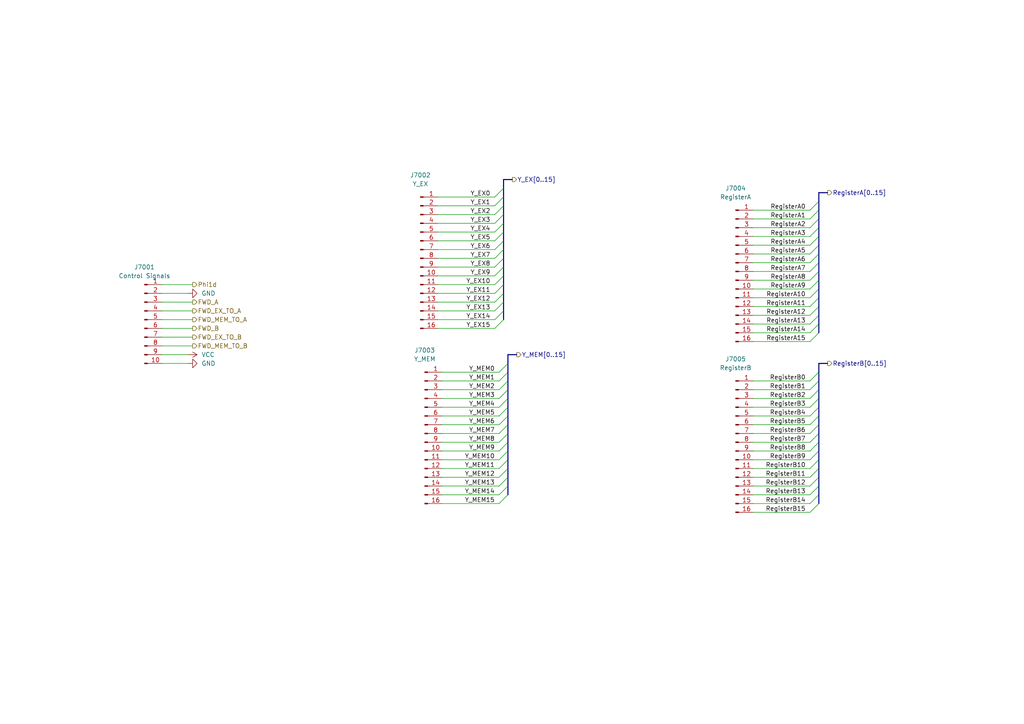
<source format=kicad_sch>
(kicad_sch (version 20211123) (generator eeschema)
  (paper "A4")
  (title_block (date "2022-04-13") (rev "A"))
  (lib_symbols
    (symbol "Connector:Conn_01x10_Male" (pin_names (offset 1.016) hide)
      (property "Reference" "J" (at 0 12.7 0))
      (property "Value" "Conn_01x10_Male" (at 0 -15.24 0))
      (symbol "Conn_01x10_Male_1_1"
        (polyline (pts (xy 1.27 -12.7) (xy 0.8636 -12.7)) (stroke (width 0.1524)))
        (polyline (pts (xy 1.27 -10.16) (xy 0.8636 -10.16)) (stroke (width 0.1524)))
        (polyline (pts (xy 1.27 -7.62) (xy 0.8636 -7.62)) (stroke (width 0.1524)))
        (polyline (pts (xy 1.27 -5.08) (xy 0.8636 -5.08)) (stroke (width 0.1524)))
        (polyline (pts (xy 1.27 -2.54) (xy 0.8636 -2.54)) (stroke (width 0.1524)))
        (polyline (pts (xy 1.27 0) (xy 0.8636 0)) (stroke (width 0.1524)))
        (polyline (pts (xy 1.27 2.54) (xy 0.8636 2.54)) (stroke (width 0.1524)))
        (polyline (pts (xy 1.27 5.08) (xy 0.8636 5.08)) (stroke (width 0.1524)))
        (polyline (pts (xy 1.27 7.62) (xy 0.8636 7.62)) (stroke (width 0.1524)))
        (polyline (pts (xy 1.27 10.16) (xy 0.8636 10.16)) (stroke (width 0.1524)))
        (rectangle (start 0.8636 -12.573) (end 0 -12.827) (stroke (width 0.1524)) (fill (type outline)))
        (rectangle (start 0.8636 -10.033) (end 0 -10.287) (stroke (width 0.1524)) (fill (type outline)))
        (rectangle (start 0.8636 -7.493) (end 0 -7.747) (stroke (width 0.1524)) (fill (type outline)))
        (rectangle (start 0.8636 -4.953) (end 0 -5.207) (stroke (width 0.1524)) (fill (type outline)))
        (rectangle (start 0.8636 -2.413) (end 0 -2.667) (stroke (width 0.1524)) (fill (type outline)))
        (rectangle (start 0.8636 0.127) (end 0 -0.127) (stroke (width 0.1524)) (fill (type outline)))
        (rectangle (start 0.8636 2.667) (end 0 2.413) (stroke (width 0.1524)) (fill (type outline)))
        (rectangle (start 0.8636 5.207) (end 0 4.953) (stroke (width 0.1524)) (fill (type outline)))
        (rectangle (start 0.8636 7.747) (end 0 7.493) (stroke (width 0.1524)) (fill (type outline)))
        (rectangle (start 0.8636 10.287) (end 0 10.033) (stroke (width 0.1524)) (fill (type outline)))
        (pin passive line (at 5.08 10.16 180) (length 3.81) (name "Pin_1") (number "1"))
        (pin passive line (at 5.08 -12.7 180) (length 3.81) (name "Pin_10") (number "10"))
        (pin passive line (at 5.08 7.62 180) (length 3.81) (name "Pin_2") (number "2"))
        (pin passive line (at 5.08 5.08 180) (length 3.81) (name "Pin_3") (number "3"))
        (pin passive line (at 5.08 2.54 180) (length 3.81) (name "Pin_4") (number "4"))
        (pin passive line (at 5.08 0 180) (length 3.81) (name "Pin_5") (number "5"))
        (pin passive line (at 5.08 -2.54 180) (length 3.81) (name "Pin_6") (number "6"))
        (pin passive line (at 5.08 -5.08 180) (length 3.81) (name "Pin_7") (number "7"))
        (pin passive line (at 5.08 -7.62 180) (length 3.81) (name "Pin_8") (number "8"))
        (pin passive line (at 5.08 -10.16 180) (length 3.81) (name "Pin_9") (number "9"))
      )
    )
    (symbol "Connector:Conn_01x16_Male" (pin_names (offset 1.016) hide)
      (property "Reference" "J" (at 0 20.32 0))
      (property "Value" "Conn_01x16_Male" (at 0 -22.86 0))
      (symbol "Conn_01x16_Male_1_1"
        (polyline (pts (xy 1.27 -20.32) (xy 0.8636 -20.32)) (stroke (width 0.1524)))
        (polyline (pts (xy 1.27 -17.78) (xy 0.8636 -17.78)) (stroke (width 0.1524)))
        (polyline (pts (xy 1.27 -15.24) (xy 0.8636 -15.24)) (stroke (width 0.1524)))
        (polyline (pts (xy 1.27 -12.7) (xy 0.8636 -12.7)) (stroke (width 0.1524)))
        (polyline (pts (xy 1.27 -10.16) (xy 0.8636 -10.16)) (stroke (width 0.1524)))
        (polyline (pts (xy 1.27 -7.62) (xy 0.8636 -7.62)) (stroke (width 0.1524)))
        (polyline (pts (xy 1.27 -5.08) (xy 0.8636 -5.08)) (stroke (width 0.1524)))
        (polyline (pts (xy 1.27 -2.54) (xy 0.8636 -2.54)) (stroke (width 0.1524)))
        (polyline (pts (xy 1.27 0) (xy 0.8636 0)) (stroke (width 0.1524)))
        (polyline (pts (xy 1.27 2.54) (xy 0.8636 2.54)) (stroke (width 0.1524)))
        (polyline (pts (xy 1.27 5.08) (xy 0.8636 5.08)) (stroke (width 0.1524)))
        (polyline (pts (xy 1.27 7.62) (xy 0.8636 7.62)) (stroke (width 0.1524)))
        (polyline (pts (xy 1.27 10.16) (xy 0.8636 10.16)) (stroke (width 0.1524)))
        (polyline (pts (xy 1.27 12.7) (xy 0.8636 12.7)) (stroke (width 0.1524)))
        (polyline (pts (xy 1.27 15.24) (xy 0.8636 15.24)) (stroke (width 0.1524)))
        (polyline (pts (xy 1.27 17.78) (xy 0.8636 17.78)) (stroke (width 0.1524)))
        (rectangle (start 0.8636 -20.193) (end 0 -20.447) (stroke (width 0.1524)) (fill (type outline)))
        (rectangle (start 0.8636 -17.653) (end 0 -17.907) (stroke (width 0.1524)) (fill (type outline)))
        (rectangle (start 0.8636 -15.113) (end 0 -15.367) (stroke (width 0.1524)) (fill (type outline)))
        (rectangle (start 0.8636 -12.573) (end 0 -12.827) (stroke (width 0.1524)) (fill (type outline)))
        (rectangle (start 0.8636 -10.033) (end 0 -10.287) (stroke (width 0.1524)) (fill (type outline)))
        (rectangle (start 0.8636 -7.493) (end 0 -7.747) (stroke (width 0.1524)) (fill (type outline)))
        (rectangle (start 0.8636 -4.953) (end 0 -5.207) (stroke (width 0.1524)) (fill (type outline)))
        (rectangle (start 0.8636 -2.413) (end 0 -2.667) (stroke (width 0.1524)) (fill (type outline)))
        (rectangle (start 0.8636 0.127) (end 0 -0.127) (stroke (width 0.1524)) (fill (type outline)))
        (rectangle (start 0.8636 2.667) (end 0 2.413) (stroke (width 0.1524)) (fill (type outline)))
        (rectangle (start 0.8636 5.207) (end 0 4.953) (stroke (width 0.1524)) (fill (type outline)))
        (rectangle (start 0.8636 7.747) (end 0 7.493) (stroke (width 0.1524)) (fill (type outline)))
        (rectangle (start 0.8636 10.287) (end 0 10.033) (stroke (width 0.1524)) (fill (type outline)))
        (rectangle (start 0.8636 12.827) (end 0 12.573) (stroke (width 0.1524)) (fill (type outline)))
        (rectangle (start 0.8636 15.367) (end 0 15.113) (stroke (width 0.1524)) (fill (type outline)))
        (rectangle (start 0.8636 17.907) (end 0 17.653) (stroke (width 0.1524)) (fill (type outline)))
        (pin passive line (at 5.08 17.78 180) (length 3.81) (name "Pin_1") (number "1"))
        (pin passive line (at 5.08 -5.08 180) (length 3.81) (name "Pin_10") (number "10"))
        (pin passive line (at 5.08 -7.62 180) (length 3.81) (name "Pin_11") (number "11"))
        (pin passive line (at 5.08 -10.16 180) (length 3.81) (name "Pin_12") (number "12"))
        (pin passive line (at 5.08 -12.7 180) (length 3.81) (name "Pin_13") (number "13"))
        (pin passive line (at 5.08 -15.24 180) (length 3.81) (name "Pin_14") (number "14"))
        (pin passive line (at 5.08 -17.78 180) (length 3.81) (name "Pin_15") (number "15"))
        (pin passive line (at 5.08 -20.32 180) (length 3.81) (name "Pin_16") (number "16"))
        (pin passive line (at 5.08 15.24 180) (length 3.81) (name "Pin_2") (number "2"))
        (pin passive line (at 5.08 12.7 180) (length 3.81) (name "Pin_3") (number "3"))
        (pin passive line (at 5.08 10.16 180) (length 3.81) (name "Pin_4") (number "4"))
        (pin passive line (at 5.08 7.62 180) (length 3.81) (name "Pin_5") (number "5"))
        (pin passive line (at 5.08 5.08 180) (length 3.81) (name "Pin_6") (number "6"))
        (pin passive line (at 5.08 2.54 180) (length 3.81) (name "Pin_7") (number "7"))
        (pin passive line (at 5.08 0 180) (length 3.81) (name "Pin_8") (number "8"))
        (pin passive line (at 5.08 -2.54 180) (length 3.81) (name "Pin_9") (number "9"))
      )
    )
    (symbol "power:GND" (power) (pin_names (offset 0))
      (property "Value" "GND" (at 0 -3.81 0))
      (symbol "GND_0_1"
        (polyline (pts (xy 0 0) (xy 0 -1.27) (xy 1.27 -1.27) (xy 0 -2.54) (xy -1.27 -1.27) (xy 0 -1.27)))
      )
      (symbol "GND_1_1"
        (pin power_in line (at 0 0 270) (length 0) hide (name "GND") (number "1"))
      )
    )
    (symbol "power:VCC" (power) (pin_names (offset 0))
      (property "Value" "VCC" (at 0 3.81 0))
      (symbol "VCC_0_1"
        (polyline (pts (xy -0.762 1.27) (xy 0 2.54)))
        (polyline (pts (xy 0 0) (xy 0 2.54)))
        (polyline (pts (xy 0 2.54) (xy 0.762 1.27)))
      )
      (symbol "VCC_1_1"
        (pin power_in line (at 0 0 90) (length 0) hide (name "VCC") (number "1"))
      )
    )
  )
  (bus_entry (at 146.05 85.09) (size -2.54 2.54))
  (bus_entry (at 237.49 135.89) (size -2.54 2.54))
  (bus_entry (at 237.49 68.58) (size -2.54 2.54))
  (bus_entry (at 237.49 146.05) (size -2.54 2.54))
  (bus_entry (at 146.05 90.17) (size -2.54 2.54))
  (bus_entry (at 146.05 82.55) (size -2.54 2.54))
  (bus_entry (at 146.05 72.39) (size -2.54 2.54))
  (bus_entry (at 237.49 118.11) (size -2.54 2.54))
  (bus_entry (at 237.49 86.36) (size -2.54 2.54))
  (bus_entry (at 146.05 64.77) (size -2.54 2.54))
  (bus_entry (at 237.49 78.74) (size -2.54 2.54))
  (bus_entry (at 237.49 81.28) (size -2.54 2.54))
  (bus_entry (at 237.49 138.43) (size -2.54 2.54))
  (bus_entry (at 147.32 143.51) (size -2.54 2.54))
  (bus_entry (at 147.32 115.57) (size -2.54 2.54))
  (bus_entry (at 237.49 113.03) (size -2.54 2.54))
  (bus_entry (at 146.05 59.69) (size -2.54 2.54))
  (bus_entry (at 237.49 107.95) (size -2.54 2.54))
  (bus_entry (at 147.32 113.03) (size -2.54 2.54))
  (bus_entry (at 146.05 67.31) (size -2.54 2.54))
  (bus_entry (at 237.49 120.65) (size -2.54 2.54))
  (bus_entry (at 237.49 93.98) (size -2.54 2.54))
  (bus_entry (at 237.49 76.2) (size -2.54 2.54))
  (bus_entry (at 237.49 73.66) (size -2.54 2.54))
  (bus_entry (at 146.05 62.23) (size -2.54 2.54))
  (bus_entry (at 237.49 140.97) (size -2.54 2.54))
  (bus_entry (at 147.32 107.95) (size -2.54 2.54))
  (bus_entry (at 146.05 87.63) (size -2.54 2.54))
  (bus_entry (at 237.49 88.9) (size -2.54 2.54))
  (bus_entry (at 147.32 118.11) (size -2.54 2.54))
  (bus_entry (at 147.32 133.35) (size -2.54 2.54))
  (bus_entry (at 147.32 138.43) (size -2.54 2.54))
  (bus_entry (at 237.49 115.57) (size -2.54 2.54))
  (bus_entry (at 237.49 66.04) (size -2.54 2.54))
  (bus_entry (at 146.05 74.93) (size -2.54 2.54))
  (bus_entry (at 237.49 58.42) (size -2.54 2.54))
  (bus_entry (at 237.49 133.35) (size -2.54 2.54))
  (bus_entry (at 146.05 80.01) (size -2.54 2.54))
  (bus_entry (at 237.49 125.73) (size -2.54 2.54))
  (bus_entry (at 237.49 110.49) (size -2.54 2.54))
  (bus_entry (at 147.32 110.49) (size -2.54 2.54))
  (bus_entry (at 147.32 105.41) (size -2.54 2.54))
  (bus_entry (at 146.05 54.61) (size -2.54 2.54))
  (bus_entry (at 237.49 60.96) (size -2.54 2.54))
  (bus_entry (at 237.49 123.19) (size -2.54 2.54))
  (bus_entry (at 147.32 135.89) (size -2.54 2.54))
  (bus_entry (at 147.32 130.81) (size -2.54 2.54))
  (bus_entry (at 237.49 91.44) (size -2.54 2.54))
  (bus_entry (at 147.32 120.65) (size -2.54 2.54))
  (bus_entry (at 147.32 125.73) (size -2.54 2.54))
  (bus_entry (at 237.49 130.81) (size -2.54 2.54))
  (bus_entry (at 146.05 77.47) (size -2.54 2.54))
  (bus_entry (at 237.49 71.12) (size -2.54 2.54))
  (bus_entry (at 146.05 92.71) (size -2.54 2.54))
  (bus_entry (at 237.49 83.82) (size -2.54 2.54))
  (bus_entry (at 237.49 128.27) (size -2.54 2.54))
  (bus_entry (at 146.05 57.15) (size -2.54 2.54))
  (bus_entry (at 237.49 63.5) (size -2.54 2.54))
  (bus_entry (at 237.49 143.51) (size -2.54 2.54))
  (bus_entry (at 237.49 96.52) (size -2.54 2.54))
  (bus_entry (at 147.32 140.97) (size -2.54 2.54))
  (bus_entry (at 147.32 128.27) (size -2.54 2.54))
  (bus_entry (at 147.32 123.19) (size -2.54 2.54))
  (bus_entry (at 146.05 69.85) (size -2.54 2.54))
  (wire (pts (xy 46.99 100.33) (xy 55.88 100.33)))
  (bus (pts (xy 147.32 135.89) (xy 147.32 138.43)))
  (bus (pts (xy 146.05 54.61) (xy 146.05 57.15)))
  (wire (pts (xy 143.51 92.71) (xy 127 92.71)))
  (wire (pts (xy 234.95 81.28) (xy 218.44 81.28)))
  (bus (pts (xy 240.03 55.88) (xy 237.49 55.88)))
  (wire (pts (xy 234.95 115.57) (xy 218.44 115.57)))
  (bus (pts (xy 149.86 102.87) (xy 147.32 102.87)))
  (wire (pts (xy 234.95 86.36) (xy 218.44 86.36)))
  (bus (pts (xy 146.05 59.69) (xy 146.05 62.23)))
  (bus (pts (xy 237.49 71.12) (xy 237.49 73.66)))
  (wire (pts (xy 46.99 92.71) (xy 55.88 92.71)))
  (wire (pts (xy 234.95 123.19) (xy 218.44 123.19)))
  (bus (pts (xy 237.49 55.88) (xy 237.49 58.42)))
  (bus (pts (xy 237.49 113.03) (xy 237.49 115.57)))
  (wire (pts (xy 234.95 130.81) (xy 218.44 130.81)))
  (wire (pts (xy 143.51 80.01) (xy 127 80.01)))
  (wire (pts (xy 234.95 135.89) (xy 218.44 135.89)))
  (wire (pts (xy 234.95 99.06) (xy 218.44 99.06)))
  (bus (pts (xy 237.49 120.65) (xy 237.49 123.19)))
  (wire (pts (xy 144.78 125.73) (xy 128.27 125.73)))
  (bus (pts (xy 237.49 68.58) (xy 237.49 71.12)))
  (bus (pts (xy 237.49 93.98) (xy 237.49 96.52)))
  (bus (pts (xy 240.03 105.41) (xy 237.49 105.41)))
  (bus (pts (xy 146.05 52.07) (xy 146.05 54.61)))
  (wire (pts (xy 144.78 135.89) (xy 128.27 135.89)))
  (bus (pts (xy 237.49 73.66) (xy 237.49 76.2)))
  (bus (pts (xy 237.49 135.89) (xy 237.49 138.43)))
  (bus (pts (xy 237.49 107.95) (xy 237.49 110.49)))
  (wire (pts (xy 234.95 83.82) (xy 218.44 83.82)))
  (bus (pts (xy 147.32 130.81) (xy 147.32 133.35)))
  (bus (pts (xy 147.32 102.87) (xy 147.32 105.41)))
  (wire (pts (xy 144.78 113.03) (xy 128.27 113.03)))
  (wire (pts (xy 234.95 93.98) (xy 218.44 93.98)))
  (wire (pts (xy 144.78 110.49) (xy 128.27 110.49)))
  (bus (pts (xy 146.05 64.77) (xy 146.05 67.31)))
  (wire (pts (xy 143.51 67.31) (xy 127 67.31)))
  (bus (pts (xy 237.49 58.42) (xy 237.49 60.96)))
  (bus (pts (xy 147.32 120.65) (xy 147.32 123.19)))
  (bus (pts (xy 237.49 110.49) (xy 237.49 113.03)))
  (wire (pts (xy 144.78 128.27) (xy 128.27 128.27)))
  (bus (pts (xy 237.49 123.19) (xy 237.49 125.73)))
  (wire (pts (xy 234.95 71.12) (xy 218.44 71.12)))
  (bus (pts (xy 237.49 133.35) (xy 237.49 135.89)))
  (bus (pts (xy 148.59 52.07) (xy 146.05 52.07)))
  (bus (pts (xy 147.32 128.27) (xy 147.32 130.81)))
  (bus (pts (xy 146.05 62.23) (xy 146.05 64.77)))
  (wire (pts (xy 234.95 146.05) (xy 218.44 146.05)))
  (bus (pts (xy 237.49 63.5) (xy 237.49 66.04)))
  (wire (pts (xy 143.51 87.63) (xy 127 87.63)))
  (wire (pts (xy 144.78 120.65) (xy 128.27 120.65)))
  (wire (pts (xy 143.51 57.15) (xy 127 57.15)))
  (wire (pts (xy 144.78 107.95) (xy 128.27 107.95)))
  (bus (pts (xy 237.49 60.96) (xy 237.49 63.5)))
  (bus (pts (xy 147.32 110.49) (xy 147.32 113.03)))
  (bus (pts (xy 146.05 77.47) (xy 146.05 80.01)))
  (wire (pts (xy 234.95 91.44) (xy 218.44 91.44)))
  (bus (pts (xy 147.32 105.41) (xy 147.32 107.95)))
  (wire (pts (xy 234.95 66.04) (xy 218.44 66.04)))
  (wire (pts (xy 143.51 90.17) (xy 127 90.17)))
  (wire (pts (xy 46.99 95.25) (xy 55.88 95.25)))
  (wire (pts (xy 143.51 69.85) (xy 127 69.85)))
  (bus (pts (xy 237.49 118.11) (xy 237.49 120.65)))
  (wire (pts (xy 46.99 90.17) (xy 55.88 90.17)))
  (wire (pts (xy 234.95 120.65) (xy 218.44 120.65)))
  (bus (pts (xy 146.05 85.09) (xy 146.05 87.63)))
  (bus (pts (xy 237.49 81.28) (xy 237.49 83.82)))
  (wire (pts (xy 143.51 64.77) (xy 127 64.77)))
  (wire (pts (xy 234.95 113.03) (xy 218.44 113.03)))
  (wire (pts (xy 234.95 60.96) (xy 218.44 60.96)))
  (wire (pts (xy 234.95 63.5) (xy 218.44 63.5)))
  (bus (pts (xy 146.05 67.31) (xy 146.05 69.85)))
  (wire (pts (xy 143.51 77.47) (xy 127 77.47)))
  (wire (pts (xy 144.78 143.51) (xy 128.27 143.51)))
  (wire (pts (xy 46.99 102.87) (xy 54.61 102.87)))
  (wire (pts (xy 143.51 82.55) (xy 127 82.55)))
  (wire (pts (xy 234.95 143.51) (xy 218.44 143.51)))
  (wire (pts (xy 144.78 133.35) (xy 128.27 133.35)))
  (bus (pts (xy 237.49 128.27) (xy 237.49 130.81)))
  (wire (pts (xy 234.95 68.58) (xy 218.44 68.58)))
  (wire (pts (xy 46.99 97.79) (xy 55.88 97.79)))
  (wire (pts (xy 46.99 87.63) (xy 55.88 87.63)))
  (wire (pts (xy 143.51 59.69) (xy 127 59.69)))
  (wire (pts (xy 234.95 138.43) (xy 218.44 138.43)))
  (bus (pts (xy 147.32 113.03) (xy 147.32 115.57)))
  (bus (pts (xy 237.49 143.51) (xy 237.49 146.05)))
  (wire (pts (xy 234.95 148.59) (xy 218.44 148.59)))
  (wire (pts (xy 234.95 133.35) (xy 218.44 133.35)))
  (wire (pts (xy 234.95 78.74) (xy 218.44 78.74)))
  (wire (pts (xy 143.51 95.25) (xy 127 95.25)))
  (bus (pts (xy 147.32 107.95) (xy 147.32 110.49)))
  (wire (pts (xy 234.95 88.9) (xy 218.44 88.9)))
  (wire (pts (xy 143.51 74.93) (xy 127 74.93)))
  (bus (pts (xy 147.32 133.35) (xy 147.32 135.89)))
  (wire (pts (xy 143.51 62.23) (xy 127 62.23)))
  (wire (pts (xy 144.78 130.81) (xy 128.27 130.81)))
  (wire (pts (xy 234.95 140.97) (xy 218.44 140.97)))
  (wire (pts (xy 234.95 118.11) (xy 218.44 118.11)))
  (wire (pts (xy 144.78 146.05) (xy 128.27 146.05)))
  (wire (pts (xy 144.78 138.43) (xy 128.27 138.43)))
  (bus (pts (xy 237.49 91.44) (xy 237.49 93.98)))
  (wire (pts (xy 144.78 140.97) (xy 128.27 140.97)))
  (bus (pts (xy 146.05 72.39) (xy 146.05 74.93)))
  (bus (pts (xy 237.49 88.9) (xy 237.49 91.44)))
  (bus (pts (xy 146.05 69.85) (xy 146.05 72.39)))
  (bus (pts (xy 237.49 86.36) (xy 237.49 88.9)))
  (wire (pts (xy 46.99 85.09) (xy 54.61 85.09)))
  (bus (pts (xy 237.49 125.73) (xy 237.49 128.27)))
  (bus (pts (xy 237.49 105.41) (xy 237.49 107.95)))
  (bus (pts (xy 146.05 57.15) (xy 146.05 59.69)))
  (bus (pts (xy 237.49 66.04) (xy 237.49 68.58)))
  (wire (pts (xy 46.99 82.55) (xy 55.88 82.55)))
  (wire (pts (xy 144.78 123.19) (xy 128.27 123.19)))
  (bus (pts (xy 147.32 123.19) (xy 147.32 125.73)))
  (wire (pts (xy 234.95 73.66) (xy 218.44 73.66)))
  (bus (pts (xy 147.32 118.11) (xy 147.32 120.65)))
  (bus (pts (xy 237.49 76.2) (xy 237.49 78.74)))
  (bus (pts (xy 147.32 140.97) (xy 147.32 143.51)))
  (bus (pts (xy 146.05 80.01) (xy 146.05 82.55)))
  (wire (pts (xy 234.95 125.73) (xy 218.44 125.73)))
  (bus (pts (xy 146.05 90.17) (xy 146.05 92.71)))
  (bus (pts (xy 147.32 125.73) (xy 147.32 128.27)))
  (bus (pts (xy 237.49 140.97) (xy 237.49 143.51)))
  (wire (pts (xy 144.78 115.57) (xy 128.27 115.57)))
  (bus (pts (xy 237.49 83.82) (xy 237.49 86.36)))
  (wire (pts (xy 234.95 76.2) (xy 218.44 76.2)))
  (bus (pts (xy 237.49 138.43) (xy 237.49 140.97)))
  (bus (pts (xy 147.32 115.57) (xy 147.32 118.11)))
  (wire (pts (xy 234.95 128.27) (xy 218.44 128.27)))
  (bus (pts (xy 146.05 82.55) (xy 146.05 85.09)))
  (wire (pts (xy 46.99 105.41) (xy 54.61 105.41)))
  (wire (pts (xy 144.78 118.11) (xy 128.27 118.11)))
  (bus (pts (xy 237.49 115.57) (xy 237.49 118.11)))
  (wire (pts (xy 143.51 85.09) (xy 127 85.09)))
  (wire (pts (xy 234.95 96.52) (xy 218.44 96.52)))
  (bus (pts (xy 146.05 74.93) (xy 146.05 77.47)))
  (wire (pts (xy 234.95 110.49) (xy 218.44 110.49)))
  (bus (pts (xy 147.32 138.43) (xy 147.32 140.97)))
  (bus (pts (xy 146.05 87.63) (xy 146.05 90.17)))
  (bus (pts (xy 237.49 78.74) (xy 237.49 81.28)))
  (wire (pts (xy 143.51 72.39) (xy 127 72.39)))
  (bus (pts (xy 237.49 130.81) (xy 237.49 133.35)))
  (label "Y_EX7" (at 142.24 74.93 180))
  (label "RegisterA0" (at 233.68 60.96 180))
  (label "Y_MEM2" (at 143.51 113.03 180))
  (label "Y_EX1" (at 142.24 59.69 180))
  (label "Y_EX4" (at 142.24 67.31 180))
  (label "Y_EX5" (at 142.24 69.85 180))
  (label "Y_EX11" (at 142.24 85.09 180))
  (label "Y_MEM12" (at 143.51 138.43 180))
  (label "Y_EX15" (at 142.24 95.25 180))
  (label "Y_EX12" (at 142.24 87.63 180))
  (label "RegisterA15" (at 233.68 99.06 180))
  (label "Y_MEM7" (at 143.51 125.73 180))
  (label "Y_EX9" (at 142.24 80.01 180))
  (label "Y_EX13" (at 142.24 90.17 180))
  (label "RegisterB0" (at 233.68 110.49 180))
  (label "Y_MEM6" (at 143.51 123.19 180))
  (label "RegisterA2" (at 233.68 66.04 180))
  (label "RegisterA10" (at 233.68 86.36 180))
  (label "RegisterB1" (at 233.68 113.03 180))
  (label "Y_EX2" (at 142.24 62.23 180))
  (label "Y_MEM4" (at 143.51 118.11 180))
  (label "RegisterB10" (at 233.68 135.89 180))
  (label "Y_MEM1" (at 143.51 110.49 180))
  (label "Y_EX14" (at 142.24 92.71 180))
  (label "Y_EX6" (at 142.24 72.39 180))
  (label "Y_MEM0" (at 143.51 107.95 180))
  (label "Y_EX3" (at 142.24 64.77 180))
  (label "RegisterA5" (at 233.68 73.66 180))
  (label "RegisterA11" (at 233.68 88.9 180))
  (label "Y_MEM8" (at 143.51 128.27 180))
  (label "RegisterB7" (at 233.68 128.27 180))
  (label "RegisterB11" (at 233.68 138.43 180))
  (label "RegisterA7" (at 233.68 78.74 180))
  (label "RegisterB14" (at 233.68 146.05 180))
  (label "RegisterB13" (at 233.68 143.51 180))
  (label "Y_EX10" (at 142.24 82.55 180))
  (label "RegisterB9" (at 233.68 133.35 180))
  (label "RegisterA9" (at 233.68 83.82 180))
  (label "RegisterA3" (at 233.68 68.58 180))
  (label "RegisterB12" (at 233.68 140.97 180))
  (label "RegisterA4" (at 233.68 71.12 180))
  (label "Y_MEM14" (at 143.51 143.51 180))
  (label "Y_MEM15" (at 143.51 146.05 180))
  (label "RegisterB15" (at 233.68 148.59 180))
  (label "Y_MEM9" (at 143.51 130.81 180))
  (label "RegisterB2" (at 233.68 115.57 180))
  (label "RegisterA8" (at 233.68 81.28 180))
  (label "RegisterB8" (at 233.68 130.81 180))
  (label "RegisterA13" (at 233.68 93.98 180))
  (label "Y_EX8" (at 142.24 77.47 180))
  (label "Y_MEM5" (at 143.51 120.65 180))
  (label "RegisterB3" (at 233.68 118.11 180))
  (label "Y_MEM13" (at 143.51 140.97 180))
  (label "Y_MEM10" (at 143.51 133.35 180))
  (label "Y_MEM3" (at 143.51 115.57 180))
  (label "RegisterB6" (at 233.68 125.73 180))
  (label "RegisterA1" (at 233.68 63.5 180))
  (label "RegisterA12" (at 233.68 91.44 180))
  (label "Y_EX0" (at 142.24 57.15 180))
  (label "RegisterA6" (at 233.68 76.2 180))
  (label "Y_MEM11" (at 143.51 135.89 180))
  (label "RegisterA14" (at 233.68 96.52 180))
  (label "RegisterB4" (at 233.68 120.65 180))
  (label "RegisterB5" (at 233.68 123.19 180))
  (hierarchical_label "FWD_A" (shape output) (at 55.88 87.63 0))
  (hierarchical_label "Y_EX[0..15]" (shape output) (at 148.59 52.07 0))
  (hierarchical_label "Y_MEM[0..15]" (shape output) (at 149.86 102.87 0))
  (hierarchical_label "FWD_B" (shape output) (at 55.88 95.25 0))
  (hierarchical_label "FWD_MEM_TO_A" (shape output) (at 55.88 92.71 0))
  (hierarchical_label "FWD_EX_TO_A" (shape output) (at 55.88 90.17 0))
  (hierarchical_label "RegisterB[0..15]" (shape output) (at 240.03 105.41 0))
  (hierarchical_label "FWD_MEM_TO_B" (shape output) (at 55.88 100.33 0))
  (hierarchical_label "Phi1d" (shape output) (at 55.88 82.55 0))
  (hierarchical_label "FWD_EX_TO_B" (shape output) (at 55.88 97.79 0))
  (hierarchical_label "RegisterA[0..15]" (shape output) (at 240.03 55.88 0))
  (symbol (lib_id "Connector:Conn_01x10_Male") (at 41.91 92.71 0) (unit 1)
    (property "Reference" "J7001" (at 41.91 77.47 0))
    (property "Value" "Control Signals" (at 41.91 80.01 0))
    (property "Footprint" "Connector_PinHeader_2.54mm:PinHeader_1x10_P2.54mm_Vertical" (effects hide))
  )
  (symbol (lib_id "Connector:Conn_01x16_Male") (at 213.36 128.27 0) (unit 1)
    (property "Reference" "J7005" (at 213.36 104.14 0))
    (property "Value" "RegisterB" (at 213.36 106.68 0))
    (property "Footprint" "Connector_PinHeader_2.54mm:PinHeader_1x16_P2.54mm_Vertical" (effects hide))
  )
  (symbol (lib_id "Connector:Conn_01x16_Male") (at 123.19 125.73 0) (unit 1)
    (property "Reference" "J7003" (at 123.19 101.6 0))
    (property "Value" "Y_MEM" (at 123.19 104.14 0))
    (property "Footprint" "Connector_PinHeader_2.54mm:PinHeader_1x16_P2.54mm_Vertical" (effects hide))
  )
  (symbol (lib_id "Connector:Conn_01x16_Male") (at 213.36 78.74 0) (unit 1)
    (property "Reference" "J7004" (at 213.36 54.61 0))
    (property "Value" "RegisterA" (at 213.36 57.15 0))
    (property "Footprint" "Connector_PinHeader_2.54mm:PinHeader_1x16_P2.54mm_Vertical" (effects hide))
  )
  (symbol (lib_id "power:VCC") (at 54.61 102.87 270) (unit 1)
    (property "Reference" "#PWR07040" (effects hide))
    (property "Value" "VCC" (at 58.42 102.8699 90) (effects (justify left)))
  )
  (symbol (lib_id "power:GND") (at 54.61 105.41 90) (unit 1)
    (property "Reference" "#PWR07041" (effects hide))
    (property "Value" "GND" (at 58.42 105.4099 90) (effects (justify right)))
  )
  (symbol (lib_id "Connector:Conn_01x16_Male") (at 121.92 74.93 0) (unit 1)
    (property "Reference" "J7002" (at 121.92 50.8 0))
    (property "Value" "Y_EX" (at 121.92 53.34 0))
    (property "Footprint" "Connector_PinHeader_2.54mm:PinHeader_1x16_P2.54mm_Vertical" (effects hide))
  )
  (symbol (lib_id "power:GND") (at 54.61 85.09 90) (unit 1)
    (property "Reference" "#PWR07039" (effects hide))
    (property "Value" "GND" (at 58.42 85.0899 90) (effects (justify right)))
  )
)
</source>
